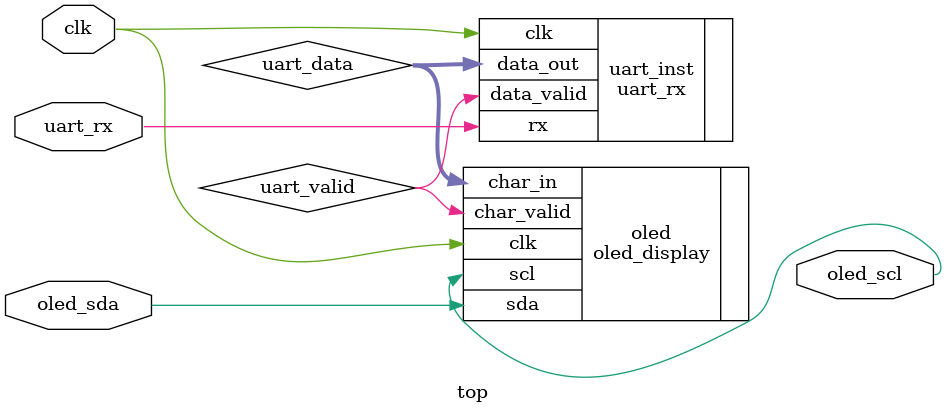
<source format=v>
module top (
    input clk,
    input uart_rx,
    output oled_scl,
    inout oled_sda
);
    wire [7:0] uart_data;
    wire uart_valid;

    uart_rx uart_inst (
        .clk(clk),
        .rx(uart_rx),
        .data_out(uart_data),
        .data_valid(uart_valid)
    );

    oled_display oled (
        .clk(clk),
        .char_in(uart_data),
        .char_valid(uart_valid),
        .scl(oled_scl),
        .sda(oled_sda)
    );
endmodule

</source>
